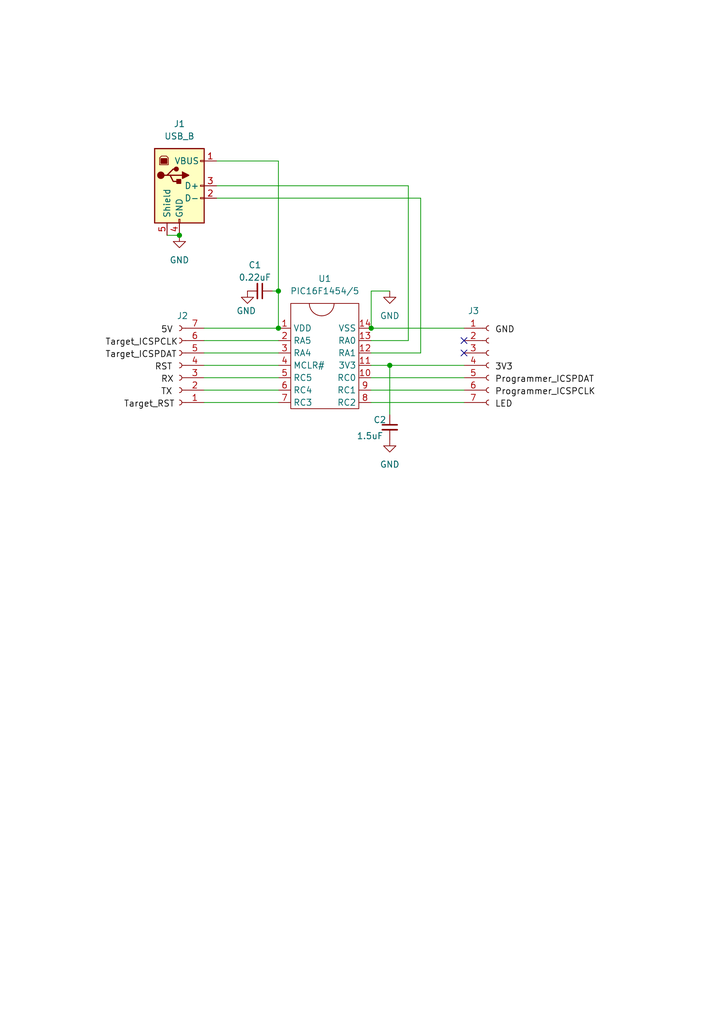
<source format=kicad_sch>
(kicad_sch (version 20250114) (generator "eeschema") (generator_version "9.0")
  (paper "A5" portrait)
  (lib_symbols
    (symbol "0Ore:PIC16F1455"
      (property "Reference" "U" (at 0 0 0))
      (symbol "PIC16F1455_0_1"
        (rectangle (start -7.62 22.86) (end 6.35 1.27))
        (arc (start -1.27 20.32) (mid -3.0661 21.0639) (end -3.81 22.86))
        (arc (start 1.27 22.86) (mid 0.5261 21.0639) (end -1.27 20.32))
      )
      (symbol "PIC16F1455_1_1"
        (pin output line (at -10.16 17.78 0) (length 2.54) (name "VDD") (number "1"))
        (pin bidirectional line (at -10.16 15.24 0) (length 2.54) (name "RA5") (number "2"))
        (pin bidirectional line (at -10.16 12.7 0) (length 2.54) (name "RA4") (number "3"))
        (pin input line (at -10.16 10.16 0) (length 2.54) (name "MCLR#") (number "4"))
        (pin bidirectional line (at -10.16 7.62 0) (length 2.54) (name "RC5") (number "5"))
        (pin bidirectional line (at -10.16 5.08 0) (length 2.54) (name "RC4") (number "6"))
        (pin bidirectional line (at -10.16 2.54 0) (length 2.54) (name "RC3") (number "7"))
        (pin output line (at 8.89 17.78 180) (length 2.54) (name "VSS") (number "14"))
        (pin bidirectional line (at 8.89 15.24 180) (length 2.54) (name "RA0") (number "13"))
        (pin bidirectional line (at 8.89 12.7 180) (length 2.54) (name "RA1") (number "12"))
        (pin output line (at 8.89 10.16 180) (length 2.54) (name "3V3") (number "11"))
        (pin bidirectional line (at 8.89 7.62 180) (length 2.54) (name "RC0") (number "10"))
        (pin bidirectional line (at 8.89 5.08 180) (length 2.54) (name "RC1") (number "9"))
        (pin bidirectional line (at 8.89 2.54 180) (length 2.54) (name "RC2") (number "8"))
      )
    )
    (symbol "Connector:Conn_01x07_Socket" (pin_names (offset 1.016) (hide yes))
      (property "Reference" "J" (at 0 10.16 0))
      (property "Value" "Conn_01x07_Socket" (at 0 -10.16 0))
      (symbol "Conn_01x07_Socket_1_1"
        (polyline (pts (xy -1.27 7.62) (xy -0.508 7.62)) (stroke (width 0.1524)))
        (polyline (pts (xy -1.27 5.08) (xy -0.508 5.08)) (stroke (width 0.1524)))
        (polyline (pts (xy -1.27 2.54) (xy -0.508 2.54)) (stroke (width 0.1524)))
        (polyline (pts (xy -1.27 0) (xy -0.508 0)) (stroke (width 0.1524)))
        (polyline (pts (xy -1.27 -2.54) (xy -0.508 -2.54)) (stroke (width 0.1524)))
        (polyline (pts (xy -1.27 -5.08) (xy -0.508 -5.08)) (stroke (width 0.1524)))
        (polyline (pts (xy -1.27 -7.62) (xy -0.508 -7.62)) (stroke (width 0.1524)))
        (arc (start 0 7.112) (mid -0.5058 7.62) (end 0 8.128) (stroke (width 0.1524)))
        (arc (start 0 4.572) (mid -0.5058 5.08) (end 0 5.588) (stroke (width 0.1524)))
        (arc (start 0 2.032) (mid -0.5058 2.54) (end 0 3.048) (stroke (width 0.1524)))
        (arc (start 0 -0.508) (mid -0.5058 0) (end 0 0.508) (stroke (width 0.1524)))
        (arc (start 0 -3.048) (mid -0.5058 -2.54) (end 0 -2.032) (stroke (width 0.1524)))
        (arc (start 0 -5.588) (mid -0.5058 -5.08) (end 0 -4.572) (stroke (width 0.1524)))
        (arc (start 0 -8.128) (mid -0.5058 -7.62) (end 0 -7.112) (stroke (width 0.1524)))
        (pin passive line (at -5.08 7.62 0) (length 3.81) (name "Pin_1") (number "1"))
        (pin passive line (at -5.08 5.08 0) (length 3.81) (name "Pin_2") (number "2"))
        (pin passive line (at -5.08 2.54 0) (length 3.81) (name "Pin_3") (number "3"))
        (pin passive line (at -5.08 0 0) (length 3.81) (name "Pin_4") (number "4"))
        (pin passive line (at -5.08 -2.54 0) (length 3.81) (name "Pin_5") (number "5"))
        (pin passive line (at -5.08 -5.08 0) (length 3.81) (name "Pin_6") (number "6"))
        (pin passive line (at -5.08 -7.62 0) (length 3.81) (name "Pin_7") (number "7"))
      )
    )
    (symbol "Connector:USB_B" (pin_names (offset 1.016))
      (property "Reference" "J" (at -5.08 11.43 0))
      (property "Value" "USB_B" (at -5.08 8.89 0))
      (symbol "USB_B_0_1"
        (rectangle (start -5.08 -7.62) (end 5.08 7.62) (stroke (width 0.254)) (fill (type background)))
        (polyline (pts (xy -4.064 4.318) (xy -2.286 4.318) (xy -2.286 5.715) (xy -2.667 6.096) (xy -3.683 6.096) (xy -4.064 5.715) (xy -4.064 4.318)))
        (rectangle (start -3.81 5.588) (end -2.54 4.572) (fill (type outline)))
        (circle (center -3.81 2.159) (radius 0.635) (stroke (width 0.254)) (fill (type outline)))
        (polyline (pts (xy -3.175 2.159) (xy -2.54 2.159) (xy -1.27 3.429) (xy -0.635 3.429)) (stroke (width 0.254)))
        (polyline (pts (xy -2.54 2.159) (xy -1.905 2.159) (xy -1.27 0.889) (xy 0 0.889)) (stroke (width 0.254)))
        (polyline (pts (xy -1.905 2.159) (xy 0.635 2.159)) (stroke (width 0.254)))
        (circle (center -0.635 3.429) (radius 0.381) (stroke (width 0.254)) (fill (type outline)))
        (rectangle (start -0.127 -7.62) (end 0.127 -6.858))
        (rectangle (start 0.254 1.27) (end -0.508 0.508) (stroke (width 0.254)) (fill (type outline)))
        (polyline (pts (xy 0.635 2.794) (xy 0.635 1.524) (xy 1.905 2.159) (xy 0.635 2.794)) (stroke (width 0.254)) (fill (type outline)))
        (rectangle (start 5.08 4.953) (end 4.318 5.207))
        (rectangle (start 5.08 -0.127) (end 4.318 0.127))
        (rectangle (start 5.08 -2.667) (end 4.318 -2.413))
      )
      (symbol "USB_B_1_1"
        (pin passive line (at -2.54 -10.16 90) (length 2.54) (name "Shield") (number "5"))
        (pin power_out line (at 0 -10.16 90) (length 2.54) (name "GND") (number "4"))
        (pin power_out line (at 7.62 5.08 180) (length 2.54) (name "VBUS") (number "1"))
        (pin bidirectional line (at 7.62 0 180) (length 2.54) (name "D+") (number "3"))
        (pin bidirectional line (at 7.62 -2.54 180) (length 2.54) (name "D-") (number "2"))
      )
    )
    (symbol "Device:C_Small" (pin_numbers (hide yes)) (pin_names (offset 0.254) (hide yes))
      (property "Reference" "C" (at 0.254 1.778 0))
      (property "Value" "C_Small" (at 0.254 -2.032 0))
      (symbol "C_Small_0_1"
        (polyline (pts (xy -1.524 0.508) (xy 1.524 0.508)) (stroke (width 0.3048)))
        (polyline (pts (xy -1.524 -0.508) (xy 1.524 -0.508)) (stroke (width 0.3302)))
      )
      (symbol "C_Small_1_1"
        (pin passive line (at 0 2.54 270) (length 2.032) (name "~") (number "1"))
        (pin passive line (at 0 -2.54 90) (length 2.032) (name "~") (number "2"))
      )
    )
    (symbol "power:GND" (power) (pin_numbers (hide yes)) (pin_names (offset 0) (hide yes))
      (property "Value" "GND" (at 0 -3.81 0))
      (symbol "GND_0_1"
        (polyline (pts (xy 0 0) (xy 0 -1.27) (xy 1.27 -1.27) (xy 0 -2.54) (xy -1.27 -1.27) (xy 0 -1.27)))
      )
      (symbol "GND_1_1"
        (pin power_in line (at 0 0 270) (length 0) (name "~") (number "1"))
      )
    )
  )
  (junction (at 76.2 67.31))
  (junction (at 57.15 59.69))
  (junction (at 36.83 48.26))
  (junction (at 80.01 74.93))
  (junction (at 57.15 67.31))
  (no_connect (at 95.25 69.85))
  (no_connect (at 95.25 72.39))
  (wire (pts (xy 76.2 80.01) (xy 95.25 80.01)))
  (wire (pts (xy 86.36 72.39) (xy 76.2 72.39)))
  (wire (pts (xy 41.91 77.47) (xy 57.15 77.47)))
  (wire (pts (xy 76.2 59.69) (xy 76.2 67.31)))
  (wire (pts (xy 41.91 69.85) (xy 57.15 69.85)))
  (wire (pts (xy 57.15 33.02) (xy 57.15 59.69)))
  (wire (pts (xy 41.91 72.39) (xy 57.15 72.39)))
  (wire (pts (xy 44.45 40.64) (xy 86.36 40.64)))
  (wire (pts (xy 44.45 33.02) (xy 57.15 33.02)))
  (wire (pts (xy 41.91 80.01) (xy 57.15 80.01)))
  (wire (pts (xy 44.45 38.1) (xy 83.82 38.1)))
  (wire (pts (xy 76.2 74.93) (xy 80.01 74.93)))
  (wire (pts (xy 76.2 67.31) (xy 95.25 67.31)))
  (wire (pts (xy 76.2 69.85) (xy 83.82 69.85)))
  (wire (pts (xy 41.91 74.93) (xy 57.15 74.93)))
  (wire (pts (xy 57.15 59.69) (xy 57.15 67.31)))
  (wire (pts (xy 55.88 59.69) (xy 57.15 59.69)))
  (wire (pts (xy 80.01 74.93) (xy 80.01 85.09)))
  (wire (pts (xy 83.82 38.1) (xy 83.82 69.85)))
  (wire (pts (xy 76.2 77.47) (xy 95.25 77.47)))
  (wire (pts (xy 80.01 74.93) (xy 95.25 74.93)))
  (wire (pts (xy 80.01 59.69) (xy 76.2 59.69)))
  (wire (pts (xy 41.91 67.31) (xy 57.15 67.31)))
  (wire (pts (xy 41.91 82.55) (xy 57.15 82.55)))
  (wire (pts (xy 76.2 82.55) (xy 95.25 82.55)))
  (wire (pts (xy 86.36 40.64) (xy 86.36 72.39)))
  (wire (pts (xy 34.29 48.26) (xy 36.83 48.26)))
  (label "Programmer_ICSPCLK" (at 101.6 81.28 0))
  (label "LED" (at 101.6 83.82 0))
  (label "Target_ICSPCLK" (at 21.59 71.12 0))
  (label "3V3" (at 101.6 76.2 0))
  (label "Target_ICSPDAT" (at 21.59 73.66 0))
  (label "GND" (at 101.6 68.58 0))
  (label "Target_RST" (at 25.4 83.82 0))
  (label "RST" (at 31.75 76.2 0))
  (label "Programmer_ICSPDAT" (at 101.6 78.74 0))
  (label "RX" (at 33.02 78.74 0))
  (label "5V" (at 33.02 68.58 0))
  (label "TX" (at 33.02 81.28 0))
  (symbol (lib_id "Connector:USB_B") (at 36.83 38.1 0) (unit 1)
    (property "Reference" "J1" (at 36.83 25.4 0))
    (property "Value" "USB_B" (at 36.83 27.94 0))
    (property "Description" "USB Type B connector" (effects (hide yes)))
  )
  (symbol (lib_id "0Ore:PIC16F1455") (at 67.31 85.09 0) (unit 1)
    (property "Reference" "U1" (at 66.675 57.15 0))
    (property "Value" "PIC16F1454/5" (at 66.675 59.69 0))
  )
  (symbol (lib_id "Device:C_Small") (at 53.34 59.69 270) (unit 1)
    (property "Reference" "C1" (at 52.324 54.356 90))
    (property "Value" "0.22uF" (at 52.324 56.896 90))
    (property "Description" "Unpolarized capacitor, small symbol" (effects (hide yes)))
  )
  (symbol (lib_id "power:GND") (at 80.01 90.17 0) (unit 1)
    (property "Reference" "#PWR04" (effects (hide yes)))
    (property "Value" "GND" (at 80.01 95.25 0))
    (property "Description" "Power symbol creates a global label with name \"GND\" , ground" (effects (hide yes)))
  )
  (symbol (lib_id "power:GND") (at 36.83 48.26 0) (unit 1)
    (property "Reference" "#PWR01" (effects (hide yes)))
    (property "Value" "GND" (at 36.83 53.34 0))
    (property "Description" "Power symbol creates a global label with name \"GND\" , ground" (effects (hide yes)))
  )
  (symbol (lib_id "Connector:Conn_01x07_Socket") (at 36.83 74.93 180) (unit 1)
    (property "Reference" "J2" (at 37.465 64.77 0))
    (property "Value" "Conn_01x07_Socket" (effects (hide yes)))
    (property "Description" "Generic connector, single row, 01x07, script generated" (effects (hide yes)))
  )
  (symbol (lib_id "Connector:Conn_01x07_Socket") (at 100.33 74.93 0) (unit 1)
    (property "Reference" "J3" (at 96.012 63.754 0) (effects (justify left)))
    (property "Value" "Conn_01x07_Socket" (effects (hide yes)))
    (property "Description" "Generic connector, single row, 01x07, script generated" (effects (hide yes)))
  )
  (symbol (lib_id "power:GND") (at 50.8 59.69 0) (unit 1)
    (property "Reference" "#PWR03" (effects (hide yes)))
    (property "Value" "GND" (at 50.546 63.754 0))
    (property "Description" "Power symbol creates a global label with name \"GND\" , ground" (effects (hide yes)))
  )
  (symbol (lib_id "Device:C_Small") (at 80.01 87.63 0) (unit 1)
    (property "Reference" "C2" (at 77.978 86.106 0))
    (property "Value" "1.5uF" (at 75.946 89.408 0))
    (property "Description" "Unpolarized capacitor, small symbol" (effects (hide yes)))
  )
  (symbol (lib_id "power:GND") (at 80.01 59.69 0) (unit 1)
    (property "Reference" "#PWR02" (effects (hide yes)))
    (property "Value" "GND" (at 80.01 64.77 0))
    (property "Description" "Power symbol creates a global label with name \"GND\" , ground" (effects (hide yes)))
  )
)
</source>
